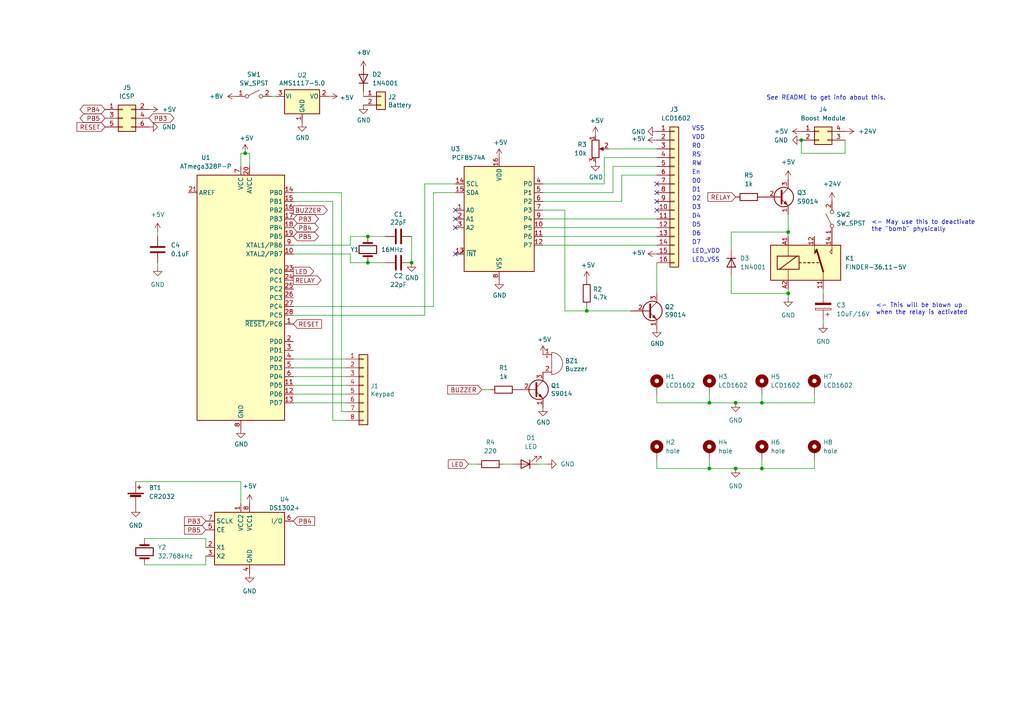
<source format=kicad_sch>
(kicad_sch (version 20211123) (generator eeschema)
  (paper "A4")
  (title_block (title "C4 Clock") (date "2022-02-27") (rev "1.0") (company "yangshunhuai"))
  (lib_symbols
    (symbol "Connector_Generic:Conn_01x02" (pin_names (offset 1.016) hide)
      (property "Reference" "J" (at 0 2.54 0))
      (property "Value" "Conn_01x02" (at 0 -5.08 0))
      (symbol "Conn_01x02_1_1"
        (rectangle (start -1.27 -2.413) (end 0 -2.667) (stroke (width 0.1524)))
        (rectangle (start -1.27 0.127) (end 0 -0.127) (stroke (width 0.1524)))
        (rectangle (start -1.27 1.27) (end 1.27 -3.81) (stroke (width 0.254)) (fill (type background)))
        (pin passive line (at -5.08 0 0) (length 3.81) (name "Pin_1") (number "1"))
        (pin passive line (at -5.08 -2.54 0) (length 3.81) (name "Pin_2") (number "2"))
      )
    )
    (symbol "Connector_Generic:Conn_01x08" (pin_names (offset 1.016) hide)
      (property "Reference" "J" (at 0 10.16 0))
      (property "Value" "Conn_01x08" (at 0 -12.7 0))
      (symbol "Conn_01x08_1_1"
        (rectangle (start -1.27 -10.033) (end 0 -10.287) (stroke (width 0.1524)))
        (rectangle (start -1.27 -7.493) (end 0 -7.747) (stroke (width 0.1524)))
        (rectangle (start -1.27 -4.953) (end 0 -5.207) (stroke (width 0.1524)))
        (rectangle (start -1.27 -2.413) (end 0 -2.667) (stroke (width 0.1524)))
        (rectangle (start -1.27 0.127) (end 0 -0.127) (stroke (width 0.1524)))
        (rectangle (start -1.27 2.667) (end 0 2.413) (stroke (width 0.1524)))
        (rectangle (start -1.27 5.207) (end 0 4.953) (stroke (width 0.1524)))
        (rectangle (start -1.27 7.747) (end 0 7.493) (stroke (width 0.1524)))
        (rectangle (start -1.27 8.89) (end 1.27 -11.43) (stroke (width 0.254)) (fill (type background)))
        (pin passive line (at -5.08 7.62 0) (length 3.81) (name "Pin_1") (number "1"))
        (pin passive line (at -5.08 5.08 0) (length 3.81) (name "Pin_2") (number "2"))
        (pin passive line (at -5.08 2.54 0) (length 3.81) (name "Pin_3") (number "3"))
        (pin passive line (at -5.08 0 0) (length 3.81) (name "Pin_4") (number "4"))
        (pin passive line (at -5.08 -2.54 0) (length 3.81) (name "Pin_5") (number "5"))
        (pin passive line (at -5.08 -5.08 0) (length 3.81) (name "Pin_6") (number "6"))
        (pin passive line (at -5.08 -7.62 0) (length 3.81) (name "Pin_7") (number "7"))
        (pin passive line (at -5.08 -10.16 0) (length 3.81) (name "Pin_8") (number "8"))
      )
    )
    (symbol "Connector_Generic:Conn_01x16" (pin_names (offset 1.016) hide)
      (property "Reference" "J" (at 0 20.32 0))
      (property "Value" "Conn_01x16" (at 0 -22.86 0))
      (symbol "Conn_01x16_1_1"
        (rectangle (start -1.27 -20.193) (end 0 -20.447) (stroke (width 0.1524)))
        (rectangle (start -1.27 -17.653) (end 0 -17.907) (stroke (width 0.1524)))
        (rectangle (start -1.27 -15.113) (end 0 -15.367) (stroke (width 0.1524)))
        (rectangle (start -1.27 -12.573) (end 0 -12.827) (stroke (width 0.1524)))
        (rectangle (start -1.27 -10.033) (end 0 -10.287) (stroke (width 0.1524)))
        (rectangle (start -1.27 -7.493) (end 0 -7.747) (stroke (width 0.1524)))
        (rectangle (start -1.27 -4.953) (end 0 -5.207) (stroke (width 0.1524)))
        (rectangle (start -1.27 -2.413) (end 0 -2.667) (stroke (width 0.1524)))
        (rectangle (start -1.27 0.127) (end 0 -0.127) (stroke (width 0.1524)))
        (rectangle (start -1.27 2.667) (end 0 2.413) (stroke (width 0.1524)))
        (rectangle (start -1.27 5.207) (end 0 4.953) (stroke (width 0.1524)))
        (rectangle (start -1.27 7.747) (end 0 7.493) (stroke (width 0.1524)))
        (rectangle (start -1.27 10.287) (end 0 10.033) (stroke (width 0.1524)))
        (rectangle (start -1.27 12.827) (end 0 12.573) (stroke (width 0.1524)))
        (rectangle (start -1.27 15.367) (end 0 15.113) (stroke (width 0.1524)))
        (rectangle (start -1.27 17.907) (end 0 17.653) (stroke (width 0.1524)))
        (rectangle (start -1.27 19.05) (end 1.27 -21.59) (stroke (width 0.254)) (fill (type background)))
        (pin passive line (at -5.08 17.78 0) (length 3.81) (name "Pin_1") (number "1"))
        (pin passive line (at -5.08 -5.08 0) (length 3.81) (name "Pin_10") (number "10"))
        (pin passive line (at -5.08 -7.62 0) (length 3.81) (name "Pin_11") (number "11"))
        (pin passive line (at -5.08 -10.16 0) (length 3.81) (name "Pin_12") (number "12"))
        (pin passive line (at -5.08 -12.7 0) (length 3.81) (name "Pin_13") (number "13"))
        (pin passive line (at -5.08 -15.24 0) (length 3.81) (name "Pin_14") (number "14"))
        (pin passive line (at -5.08 -17.78 0) (length 3.81) (name "Pin_15") (number "15"))
        (pin passive line (at -5.08 -20.32 0) (length 3.81) (name "Pin_16") (number "16"))
        (pin passive line (at -5.08 15.24 0) (length 3.81) (name "Pin_2") (number "2"))
        (pin passive line (at -5.08 12.7 0) (length 3.81) (name "Pin_3") (number "3"))
        (pin passive line (at -5.08 10.16 0) (length 3.81) (name "Pin_4") (number "4"))
        (pin passive line (at -5.08 7.62 0) (length 3.81) (name "Pin_5") (number "5"))
        (pin passive line (at -5.08 5.08 0) (length 3.81) (name "Pin_6") (number "6"))
        (pin passive line (at -5.08 2.54 0) (length 3.81) (name "Pin_7") (number "7"))
        (pin passive line (at -5.08 0 0) (length 3.81) (name "Pin_8") (number "8"))
        (pin passive line (at -5.08 -2.54 0) (length 3.81) (name "Pin_9") (number "9"))
      )
    )
    (symbol "Connector_Generic:Conn_02x02_Counter_Clockwise" (pin_names (offset 1.016) hide)
      (property "Reference" "J" (at 1.27 2.54 0))
      (property "Value" "Conn_02x02_Counter_Clockwise" (at 1.27 -5.08 0))
      (symbol "Conn_02x02_Counter_Clockwise_1_1"
        (rectangle (start -1.27 -2.413) (end 0 -2.667) (stroke (width 0.1524)))
        (rectangle (start -1.27 0.127) (end 0 -0.127) (stroke (width 0.1524)))
        (rectangle (start -1.27 1.27) (end 3.81 -3.81) (stroke (width 0.254)) (fill (type background)))
        (rectangle (start 3.81 -2.413) (end 2.54 -2.667) (stroke (width 0.1524)))
        (rectangle (start 3.81 0.127) (end 2.54 -0.127) (stroke (width 0.1524)))
        (pin passive line (at -5.08 0 0) (length 3.81) (name "Pin_1") (number "1"))
        (pin passive line (at -5.08 -2.54 0) (length 3.81) (name "Pin_2") (number "2"))
        (pin passive line (at 7.62 -2.54 180) (length 3.81) (name "Pin_3") (number "3"))
        (pin passive line (at 7.62 0 180) (length 3.81) (name "Pin_4") (number "4"))
      )
    )
    (symbol "Connector_Generic:Conn_02x03_Odd_Even" (pin_names (offset 1.016) hide)
      (property "Reference" "J" (at 1.27 5.08 0))
      (property "Value" "Conn_02x03_Odd_Even" (at 1.27 -5.08 0))
      (symbol "Conn_02x03_Odd_Even_1_1"
        (rectangle (start -1.27 -2.413) (end 0 -2.667) (stroke (width 0.1524)))
        (rectangle (start -1.27 0.127) (end 0 -0.127) (stroke (width 0.1524)))
        (rectangle (start -1.27 2.667) (end 0 2.413) (stroke (width 0.1524)))
        (rectangle (start -1.27 3.81) (end 3.81 -3.81) (stroke (width 0.254)) (fill (type background)))
        (rectangle (start 3.81 -2.413) (end 2.54 -2.667) (stroke (width 0.1524)))
        (rectangle (start 3.81 0.127) (end 2.54 -0.127) (stroke (width 0.1524)))
        (rectangle (start 3.81 2.667) (end 2.54 2.413) (stroke (width 0.1524)))
        (pin passive line (at -5.08 2.54 0) (length 3.81) (name "Pin_1") (number "1"))
        (pin passive line (at 7.62 2.54 180) (length 3.81) (name "Pin_2") (number "2"))
        (pin passive line (at -5.08 0 0) (length 3.81) (name "Pin_3") (number "3"))
        (pin passive line (at 7.62 0 180) (length 3.81) (name "Pin_4") (number "4"))
        (pin passive line (at -5.08 -2.54 0) (length 3.81) (name "Pin_5") (number "5"))
        (pin passive line (at 7.62 -2.54 180) (length 3.81) (name "Pin_6") (number "6"))
      )
    )
    (symbol "Device:Battery_Cell" (pin_numbers hide) (pin_names (offset 0) hide)
      (property "Reference" "BT" (at 2.54 2.54 0))
      (property "Value" "Battery_Cell" (at 2.54 0 0))
      (symbol "Battery_Cell_0_1"
        (rectangle (start -2.286 1.778) (end 2.286 1.524) (fill (type outline)))
        (rectangle (start -1.5748 1.1938) (end 1.4732 0.6858) (fill (type outline)))
        (polyline (pts (xy 0 0.762) (xy 0 0)))
        (polyline (pts (xy 0 1.778) (xy 0 2.54)))
        (polyline (pts (xy 0.508 3.429) (xy 1.524 3.429)) (stroke (width 0.254)))
        (polyline (pts (xy 1.016 3.937) (xy 1.016 2.921)) (stroke (width 0.254)))
      )
      (symbol "Battery_Cell_1_1"
        (pin passive line (at 0 5.08 270) (length 2.54) (name "+") (number "1"))
        (pin passive line (at 0 -2.54 90) (length 2.54) (name "-") (number "2"))
      )
    )
    (symbol "Device:Buzzer" (pin_names (offset 0.0254) hide)
      (property "Reference" "BZ" (at 3.81 1.27 0))
      (property "Value" "Buzzer" (at 3.81 -1.27 0))
      (symbol "Buzzer_0_1"
        (arc (start 0 -3.175) (mid 3.175 0) (end 0 3.175))
        (polyline (pts (xy -1.651 1.905) (xy -1.143 1.905)))
        (polyline (pts (xy -1.397 2.159) (xy -1.397 1.651)))
        (polyline (pts (xy 0 3.175) (xy 0 -3.175)))
      )
      (symbol "Buzzer_1_1"
        (pin passive line (at -2.54 2.54 0) (length 2.54) (name "-") (number "1"))
        (pin passive line (at -2.54 -2.54 0) (length 2.54) (name "+") (number "2"))
      )
    )
    (symbol "Device:C" (pin_numbers hide) (pin_names (offset 0.254))
      (property "Reference" "C" (at 0.635 2.54 0))
      (property "Value" "C" (at 0.635 -2.54 0))
      (symbol "C_0_1"
        (polyline (pts (xy -2.032 -0.762) (xy 2.032 -0.762)) (stroke (width 0.508)))
        (polyline (pts (xy -2.032 0.762) (xy 2.032 0.762)) (stroke (width 0.508)))
      )
      (symbol "C_1_1"
        (pin passive line (at 0 3.81 270) (length 2.794) (name "~") (number "1"))
        (pin passive line (at 0 -3.81 90) (length 2.794) (name "~") (number "2"))
      )
    )
    (symbol "Device:C_Polarized" (pin_numbers hide) (pin_names (offset 0.254))
      (property "Reference" "C" (at 0.635 2.54 0))
      (property "Value" "C_Polarized" (at 0.635 -2.54 0))
      (symbol "C_Polarized_0_1"
        (rectangle (start -2.286 0.508) (end 2.286 1.016))
        (polyline (pts (xy -1.778 2.286) (xy -0.762 2.286)))
        (polyline (pts (xy -1.27 2.794) (xy -1.27 1.778)))
        (rectangle (start 2.286 -0.508) (end -2.286 -1.016) (fill (type outline)))
      )
      (symbol "C_Polarized_1_1"
        (pin passive line (at 0 3.81 270) (length 2.794) (name "~") (number "1"))
        (pin passive line (at 0 -3.81 90) (length 2.794) (name "~") (number "2"))
      )
    )
    (symbol "Device:Crystal" (pin_numbers hide) (pin_names (offset 1.016) hide)
      (property "Reference" "Y" (at 0 3.81 0))
      (property "Value" "Crystal" (at 0 -3.81 0))
      (symbol "Crystal_0_1"
        (rectangle (start -1.143 2.54) (end 1.143 -2.54) (stroke (width 0.3048)))
        (polyline (pts (xy -2.54 0) (xy -1.905 0)))
        (polyline (pts (xy -1.905 -1.27) (xy -1.905 1.27)) (stroke (width 0.508)))
        (polyline (pts (xy 1.905 -1.27) (xy 1.905 1.27)) (stroke (width 0.508)))
        (polyline (pts (xy 2.54 0) (xy 1.905 0)))
      )
      (symbol "Crystal_1_1"
        (pin passive line (at -3.81 0 0) (length 1.27) (name "1") (number "1"))
        (pin passive line (at 3.81 0 180) (length 1.27) (name "2") (number "2"))
      )
    )
    (symbol "Device:LED" (pin_numbers hide) (pin_names (offset 1.016) hide)
      (property "Reference" "D" (at 0 2.54 0))
      (property "Value" "LED" (at 0 -2.54 0))
      (symbol "LED_0_1"
        (polyline (pts (xy -1.27 -1.27) (xy -1.27 1.27)) (stroke (width 0.254)))
        (polyline (pts (xy -1.27 0) (xy 1.27 0)))
        (polyline (pts (xy 1.27 -1.27) (xy 1.27 1.27) (xy -1.27 0) (xy 1.27 -1.27)) (stroke (width 0.254)))
        (polyline (pts (xy -3.048 -0.762) (xy -4.572 -2.286) (xy -3.81 -2.286) (xy -4.572 -2.286) (xy -4.572 -1.524)))
        (polyline (pts (xy -1.778 -0.762) (xy -3.302 -2.286) (xy -2.54 -2.286) (xy -3.302 -2.286) (xy -3.302 -1.524)))
      )
      (symbol "LED_1_1"
        (pin passive line (at -3.81 0 0) (length 2.54) (name "K") (number "1"))
        (pin passive line (at 3.81 0 180) (length 2.54) (name "A") (number "2"))
      )
    )
    (symbol "Device:Q_NPN_EBC" (pin_names (offset 0) hide)
      (property "Reference" "Q" (at 5.08 1.27 0))
      (property "Value" "Q_NPN_EBC" (at 5.08 -1.27 0))
      (symbol "Q_NPN_EBC_0_1"
        (polyline (pts (xy 0.635 0.635) (xy 2.54 2.54)))
        (polyline (pts (xy 0.635 -0.635) (xy 2.54 -2.54) (xy 2.54 -2.54)))
        (polyline (pts (xy 0.635 1.905) (xy 0.635 -1.905) (xy 0.635 -1.905)) (stroke (width 0.508)))
        (polyline (pts (xy 1.27 -1.778) (xy 1.778 -1.27) (xy 2.286 -2.286) (xy 1.27 -1.778) (xy 1.27 -1.778)) (fill (type outline)))
        (circle (center 1.27 0) (radius 2.8194) (stroke (width 0.254)))
      )
      (symbol "Q_NPN_EBC_1_1"
        (pin passive line (at 2.54 -5.08 90) (length 2.54) (name "E") (number "1"))
        (pin passive line (at -5.08 0 0) (length 5.715) (name "B") (number "2"))
        (pin passive line (at 2.54 5.08 270) (length 2.54) (name "C") (number "3"))
      )
    )
    (symbol "Device:R" (pin_numbers hide) (pin_names (offset 0))
      (property "Reference" "R" (at 2.032 0 90))
      (property "Value" "R" (at 0 0 90))
      (symbol "R_0_1"
        (rectangle (start -1.016 -2.54) (end 1.016 2.54) (stroke (width 0.254)))
      )
      (symbol "R_1_1"
        (pin passive line (at 0 3.81 270) (length 1.27) (name "~") (number "1"))
        (pin passive line (at 0 -3.81 90) (length 1.27) (name "~") (number "2"))
      )
    )
    (symbol "Device:R_Potentiometer" (pin_names (offset 1.016) hide)
      (property "Reference" "RV" (at -4.445 0 90))
      (property "Value" "R_Potentiometer" (at -2.54 0 90))
      (symbol "R_Potentiometer_0_1"
        (polyline (pts (xy 2.54 0) (xy 1.524 0)))
        (polyline (pts (xy 1.143 0) (xy 2.286 0.508) (xy 2.286 -0.508) (xy 1.143 0)) (fill (type outline)))
        (rectangle (start 1.016 2.54) (end -1.016 -2.54) (stroke (width 0.254)))
      )
      (symbol "R_Potentiometer_1_1"
        (pin passive line (at 0 3.81 270) (length 1.27) (name "1") (number "1"))
        (pin passive line (at 3.81 0 180) (length 1.27) (name "2") (number "2"))
        (pin passive line (at 0 -3.81 90) (length 1.27) (name "3") (number "3"))
      )
    )
    (symbol "Diode:1N4001" (pin_numbers hide) (pin_names (offset 1.016) hide)
      (property "Reference" "D" (at 0 2.54 0))
      (property "Value" "1N4001" (at 0 -2.54 0))
      (symbol "1N4001_0_1"
        (polyline (pts (xy -1.27 1.27) (xy -1.27 -1.27)) (stroke (width 0.254)))
        (polyline (pts (xy 1.27 0) (xy -1.27 0)))
        (polyline (pts (xy 1.27 1.27) (xy 1.27 -1.27) (xy -1.27 0) (xy 1.27 1.27)) (stroke (width 0.254)))
      )
      (symbol "1N4001_1_1"
        (pin passive line (at -3.81 0 0) (length 2.54) (name "K") (number "1"))
        (pin passive line (at 3.81 0 180) (length 2.54) (name "A") (number "2"))
      )
    )
    (symbol "Interface_Expansion:PCF8574A"
      (property "Reference" "U" (at -8.89 16.51 0))
      (property "Value" "PCF8574A" (at 2.54 16.51 0))
      (symbol "PCF8574A_0_1"
        (rectangle (start -10.16 15.24) (end 10.16 -15.24) (stroke (width 0.254)) (fill (type background)))
      )
      (symbol "PCF8574A_1_1"
        (pin input line (at -12.7 2.54 0) (length 2.54) (name "A0") (number "1"))
        (pin bidirectional line (at 12.7 -2.54 180) (length 2.54) (name "P5") (number "10"))
        (pin bidirectional line (at 12.7 -5.08 180) (length 2.54) (name "P6") (number "11"))
        (pin bidirectional line (at 12.7 -7.62 180) (length 2.54) (name "P7") (number "12"))
        (pin open_collector output_low (at -12.7 -10.16 0) (length 2.54) (name "~{INT}") (number "13"))
        (pin input line (at -12.7 10.16 0) (length 2.54) (name "SCL") (number "14"))
        (pin bidirectional line (at -12.7 7.62 0) (length 2.54) (name "SDA") (number "15"))
        (pin power_in line (at 0 17.78 270) (length 2.54) (name "VDD") (number "16"))
        (pin input line (at -12.7 0 0) (length 2.54) (name "A1") (number "2"))
        (pin input line (at -12.7 -2.54 0) (length 2.54) (name "A2") (number "3"))
        (pin bidirectional line (at 12.7 10.16 180) (length 2.54) (name "P0") (number "4"))
        (pin bidirectional line (at 12.7 7.62 180) (length 2.54) (name "P1") (number "5"))
        (pin bidirectional line (at 12.7 5.08 180) (length 2.54) (name "P2") (number "6"))
        (pin bidirectional line (at 12.7 2.54 180) (length 2.54) (name "P3") (number "7"))
        (pin power_in line (at 0 -17.78 90) (length 2.54) (name "VSS") (number "8"))
        (pin bidirectional line (at 12.7 0 180) (length 2.54) (name "P4") (number "9"))
      )
    )
    (symbol "MCU_Microchip_ATmega:ATmega328P-P"
      (property "Reference" "U" (at -12.7 36.83 0))
      (property "Value" "ATmega328P-P" (at 2.54 -36.83 0))
      (symbol "ATmega328P-P_0_1"
        (rectangle (start -12.7 -35.56) (end 12.7 35.56) (stroke (width 0.254)) (fill (type background)))
      )
      (symbol "ATmega328P-P_1_1"
        (pin bidirectional line (at 15.24 -7.62 180) (length 2.54) (name "~{RESET}/PC6") (number "1"))
        (pin bidirectional line (at 15.24 12.7 180) (length 2.54) (name "XTAL2/PB7") (number "10"))
        (pin bidirectional line (at 15.24 -25.4 180) (length 2.54) (name "PD5") (number "11"))
        (pin bidirectional line (at 15.24 -27.94 180) (length 2.54) (name "PD6") (number "12"))
        (pin bidirectional line (at 15.24 -30.48 180) (length 2.54) (name "PD7") (number "13"))
        (pin bidirectional line (at 15.24 30.48 180) (length 2.54) (name "PB0") (number "14"))
        (pin bidirectional line (at 15.24 27.94 180) (length 2.54) (name "PB1") (number "15"))
        (pin bidirectional line (at 15.24 25.4 180) (length 2.54) (name "PB2") (number "16"))
        (pin bidirectional line (at 15.24 22.86 180) (length 2.54) (name "PB3") (number "17"))
        (pin bidirectional line (at 15.24 20.32 180) (length 2.54) (name "PB4") (number "18"))
        (pin bidirectional line (at 15.24 17.78 180) (length 2.54) (name "PB5") (number "19"))
        (pin bidirectional line (at 15.24 -12.7 180) (length 2.54) (name "PD0") (number "2"))
        (pin power_in line (at 2.54 38.1 270) (length 2.54) (name "AVCC") (number "20"))
        (pin passive line (at -15.24 30.48 0) (length 2.54) (name "AREF") (number "21"))
        (pin passive line (at 0 -38.1 90) (length 2.54) hide (name "GND") (number "22"))
        (pin bidirectional line (at 15.24 7.62 180) (length 2.54) (name "PC0") (number "23"))
        (pin bidirectional line (at 15.24 5.08 180) (length 2.54) (name "PC1") (number "24"))
        (pin bidirectional line (at 15.24 2.54 180) (length 2.54) (name "PC2") (number "25"))
        (pin bidirectional line (at 15.24 0 180) (length 2.54) (name "PC3") (number "26"))
        (pin bidirectional line (at 15.24 -2.54 180) (length 2.54) (name "PC4") (number "27"))
        (pin bidirectional line (at 15.24 -5.08 180) (length 2.54) (name "PC5") (number "28"))
        (pin bidirectional line (at 15.24 -15.24 180) (length 2.54) (name "PD1") (number "3"))
        (pin bidirectional line (at 15.24 -17.78 180) (length 2.54) (name "PD2") (number "4"))
        (pin bidirectional line (at 15.24 -20.32 180) (length 2.54) (name "PD3") (number "5"))
        (pin bidirectional line (at 15.24 -22.86 180) (length 2.54) (name "PD4") (number "6"))
        (pin power_in line (at 0 38.1 270) (length 2.54) (name "VCC") (number "7"))
        (pin power_in line (at 0 -38.1 90) (length 2.54) (name "GND") (number "8"))
        (pin bidirectional line (at 15.24 15.24 180) (length 2.54) (name "XTAL1/PB6") (number "9"))
      )
    )
    (symbol "Mechanical:MountingHole_Pad" (pin_numbers hide) (pin_names (offset 1.016) hide)
      (property "Reference" "H" (at 0 6.35 0))
      (property "Value" "MountingHole_Pad" (at 0 4.445 0))
      (symbol "MountingHole_Pad_0_1"
        (circle (center 0 1.27) (radius 1.27) (stroke (width 1.27)))
      )
      (symbol "MountingHole_Pad_1_1"
        (pin input line (at 0 -2.54 90) (length 2.54) (name "1") (number "1"))
      )
    )
    (symbol "Regulator_Linear:AMS1117-5.0" (pin_names (offset 0.254))
      (property "Reference" "U" (at -3.81 3.175 0))
      (property "Value" "AMS1117-5.0" (at 0 3.175 0))
      (symbol "AMS1117-5.0_0_1"
        (rectangle (start -5.08 -5.08) (end 5.08 1.905) (stroke (width 0.254)) (fill (type background)))
      )
      (symbol "AMS1117-5.0_1_1"
        (pin power_in line (at 0 -7.62 90) (length 2.54) (name "GND") (number "1"))
        (pin power_out line (at 7.62 0 180) (length 2.54) (name "VO") (number "2"))
        (pin power_in line (at -7.62 0 0) (length 2.54) (name "VI") (number "3"))
      )
    )
    (symbol "Relay:FINDER-36.11"
      (property "Reference" "K" (at 11.43 3.81 0))
      (property "Value" "FINDER-36.11" (at 11.43 1.27 0))
      (symbol "FINDER-36.11_0_0"
        (polyline (pts (xy 2.54 3.81) (xy 2.54 5.08)))
        (polyline (pts (xy 7.62 3.81) (xy 7.62 5.08)))
        (polyline (pts (xy 7.62 3.81) (xy 7.62 2.54) (xy 6.985 3.175) (xy 7.62 3.81)))
      )
      (symbol "FINDER-36.11_0_1"
        (rectangle (start -10.16 5.08) (end 10.16 -5.08) (stroke (width 0.254)) (fill (type background)))
        (rectangle (start -8.255 1.905) (end -1.905 -1.905) (stroke (width 0.254)))
        (polyline (pts (xy -7.62 -1.905) (xy -2.54 1.905)) (stroke (width 0.254)))
        (polyline (pts (xy -5.08 -5.08) (xy -5.08 -1.905)))
        (polyline (pts (xy -5.08 5.08) (xy -5.08 1.905)))
        (polyline (pts (xy -1.905 0) (xy -1.27 0)) (stroke (width 0.254)))
        (polyline (pts (xy -0.635 0) (xy 0 0)) (stroke (width 0.254)))
        (polyline (pts (xy 0.635 0) (xy 1.27 0)) (stroke (width 0.254)))
        (polyline (pts (xy 0.635 0) (xy 1.27 0)) (stroke (width 0.254)))
        (polyline (pts (xy 1.905 0) (xy 2.54 0)) (stroke (width 0.254)))
        (polyline (pts (xy 3.175 0) (xy 3.81 0)) (stroke (width 0.254)))
        (polyline (pts (xy 5.08 -2.54) (xy 3.175 3.81)) (stroke (width 0.508)))
        (polyline (pts (xy 5.08 -2.54) (xy 5.08 -5.08)))
        (polyline (pts (xy 2.54 2.54) (xy 3.175 3.175) (xy 2.54 3.81)) (fill (type outline)))
      )
      (symbol "FINDER-36.11_1_1"
        (pin passive line (at 5.08 -7.62 90) (length 2.54) (name "~") (number "11"))
        (pin passive line (at 2.54 7.62 270) (length 2.54) (name "~") (number "12"))
        (pin passive line (at 7.62 7.62 270) (length 2.54) (name "~") (number "14"))
        (pin passive line (at -5.08 7.62 270) (length 2.54) (name "~") (number "A1"))
        (pin passive line (at -5.08 -7.62 90) (length 2.54) (name "~") (number "A2"))
      )
    )
    (symbol "Switch:SW_SPST" (pin_names (offset 0) hide)
      (property "Reference" "SW" (at 0 3.175 0))
      (property "Value" "SW_SPST" (at 0 -2.54 0))
      (symbol "SW_SPST_0_0"
        (circle (center -2.032 0) (radius 0.508))
        (polyline (pts (xy -1.524 0.254) (xy 1.524 1.778)))
        (circle (center 2.032 0) (radius 0.508))
      )
      (symbol "SW_SPST_1_1"
        (pin passive line (at -5.08 0 0) (length 2.54) (name "A") (number "1"))
        (pin passive line (at 5.08 0 180) (length 2.54) (name "B") (number "2"))
      )
    )
    (symbol "Timer_RTC:DS1302+"
      (property "Reference" "U" (at -8.89 8.89 0))
      (property "Value" "DS1302+" (at 6.35 8.89 0))
      (symbol "DS1302+_1_1"
        (rectangle (start -10.16 7.62) (end 10.16 -7.62) (stroke (width 0.254)) (fill (type background)))
        (pin power_in line (at -2.54 10.16 270) (length 2.54) (name "VCC2") (number "1"))
        (pin input line (at -12.7 -2.54 0) (length 2.54) (name "X1") (number "2"))
        (pin input line (at -12.7 -5.08 0) (length 2.54) (name "X2") (number "3"))
        (pin power_in line (at 0 -10.16 90) (length 2.54) (name "GND") (number "4"))
        (pin input line (at -12.7 2.54 0) (length 2.54) (name "CE") (number "5"))
        (pin bidirectional line (at 12.7 5.08 180) (length 2.54) (name "I/O") (number "6"))
        (pin input line (at -12.7 5.08 0) (length 2.54) (name "SCLK") (number "7"))
        (pin power_in line (at 0 10.16 270) (length 2.54) (name "VCC1") (number "8"))
      )
    )
    (symbol "power:+24V" (power) (pin_names (offset 0))
      (property "Value" "+24V" (at 0 3.556 0))
      (symbol "+24V_0_1"
        (polyline (pts (xy -0.762 1.27) (xy 0 2.54)))
        (polyline (pts (xy 0 0) (xy 0 2.54)))
        (polyline (pts (xy 0 2.54) (xy 0.762 1.27)))
      )
      (symbol "+24V_1_1"
        (pin power_in line (at 0 0 90) (length 0) hide (name "+24V") (number "1"))
      )
    )
    (symbol "power:+5V" (power) (pin_names (offset 0))
      (property "Value" "+5V" (at 0 3.556 0))
      (symbol "+5V_0_1"
        (polyline (pts (xy -0.762 1.27) (xy 0 2.54)))
        (polyline (pts (xy 0 0) (xy 0 2.54)))
        (polyline (pts (xy 0 2.54) (xy 0.762 1.27)))
      )
      (symbol "+5V_1_1"
        (pin power_in line (at 0 0 90) (length 0) hide (name "+5V") (number "1"))
      )
    )
    (symbol "power:+8V" (power) (pin_names (offset 0))
      (property "Value" "+8V" (at 0 3.556 0))
      (symbol "+8V_0_1"
        (polyline (pts (xy -0.762 1.27) (xy 0 2.54)))
        (polyline (pts (xy 0 0) (xy 0 2.54)))
        (polyline (pts (xy 0 2.54) (xy 0.762 1.27)))
      )
      (symbol "+8V_1_1"
        (pin power_in line (at 0 0 90) (length 0) hide (name "+8V") (number "1"))
      )
    )
    (symbol "power:GND" (power) (pin_names (offset 0))
      (property "Value" "GND" (at 0 -3.81 0))
      (symbol "GND_0_1"
        (polyline (pts (xy 0 0) (xy 0 -1.27) (xy 1.27 -1.27) (xy 0 -2.54) (xy -1.27 -1.27) (xy 0 -1.27)))
      )
      (symbol "GND_1_1"
        (pin power_in line (at 0 0 270) (length 0) hide (name "GND") (number "1"))
      )
    )
  )
  (junction (at 232.41 40.64))
  (junction (at 71.12 44.45))
  (junction (at 220.98 116.84))
  (junction (at 106.68 68.58))
  (junction (at 228.6 85.09))
  (junction (at 213.36 116.84))
  (junction (at 213.36 135.89))
  (junction (at 205.74 135.89))
  (junction (at 205.74 116.84))
  (junction (at 106.68 76.2))
  (junction (at 170.18 90.17))
  (junction (at 228.6 67.31))
  (junction (at 119.38 76.2))
  (junction (at 220.98 135.89))
  (no_connect (at 132.08 73.66))
  (no_connect (at 190.5 55.88))
  (no_connect (at 190.5 58.42))
  (no_connect (at 132.08 66.04))
  (no_connect (at 132.08 63.5))
  (no_connect (at 190.5 60.96))
  (no_connect (at 190.5 53.34))
  (no_connect (at 132.08 60.96))
  (wire (pts (xy 238.76 92.71) (xy 238.76 93.98)))
  (wire (pts (xy 205.74 135.89) (xy 213.36 135.89)))
  (wire (pts (xy 101.6 73.66) (xy 85.09 73.66)))
  (wire (pts (xy 175.26 53.34) (xy 157.48 53.34)))
  (wire (pts (xy 45.72 67.31) (xy 45.72 68.58)))
  (wire (pts (xy 220.98 116.84) (xy 213.36 116.84)))
  (wire (pts (xy 245.11 44.45) (xy 232.41 44.45)))
  (wire (pts (xy 236.22 133.35) (xy 236.22 135.89)))
  (wire (pts (xy 106.68 68.58) (xy 111.76 68.58)))
  (wire (pts (xy 220.98 133.35) (xy 220.98 135.89)))
  (wire (pts (xy 228.6 67.31) (xy 228.6 68.58)))
  (wire (pts (xy 105.41 19.05) (xy 105.41 20.32)))
  (wire (pts (xy 101.6 68.58) (xy 106.68 68.58)))
  (wire (pts (xy 177.8 48.26) (xy 177.8 55.88)))
  (wire (pts (xy 106.68 76.2) (xy 111.76 76.2)))
  (wire (pts (xy 99.06 55.88) (xy 85.09 55.88)))
  (wire (pts (xy 85.09 106.68) (xy 100.33 106.68)))
  (wire (pts (xy 220.98 135.89) (xy 213.36 135.89)))
  (wire (pts (xy 228.6 67.31) (xy 212.09 67.31)))
  (wire (pts (xy 135.89 134.62) (xy 138.43 134.62)))
  (wire (pts (xy 59.69 158.75) (xy 59.69 156.21)))
  (wire (pts (xy 157.48 60.96) (xy 163.83 60.96)))
  (wire (pts (xy 163.83 90.17) (xy 170.18 90.17)))
  (wire (pts (xy 39.37 139.7) (xy 69.85 139.7)))
  (wire (pts (xy 190.5 116.84) (xy 205.74 116.84)))
  (wire (pts (xy 190.5 133.35) (xy 190.5 135.89)))
  (wire (pts (xy 100.33 121.92) (xy 96.52 121.92)))
  (wire (pts (xy 190.5 76.2) (xy 190.5 85.09)))
  (wire (pts (xy 72.39 44.45) (xy 72.39 48.26)))
  (wire (pts (xy 99.06 119.38) (xy 99.06 55.88)))
  (wire (pts (xy 190.5 71.12) (xy 157.48 71.12)))
  (wire (pts (xy 205.74 133.35) (xy 205.74 135.89)))
  (wire (pts (xy 212.09 85.09) (xy 228.6 85.09)))
  (wire (pts (xy 71.12 44.45) (xy 69.85 44.45)))
  (wire (pts (xy 69.85 139.7) (xy 69.85 146.05)))
  (wire (pts (xy 100.33 114.3) (xy 85.09 114.3)))
  (wire (pts (xy 228.6 86.36) (xy 228.6 85.09)))
  (wire (pts (xy 236.22 135.89) (xy 220.98 135.89)))
  (wire (pts (xy 123.19 53.34) (xy 123.19 91.44)))
  (wire (pts (xy 71.12 44.45) (xy 72.39 44.45)))
  (wire (pts (xy 59.69 161.29) (xy 59.69 163.83)))
  (wire (pts (xy 101.6 71.12) (xy 101.6 68.58)))
  (wire (pts (xy 180.34 50.8) (xy 180.34 58.42)))
  (wire (pts (xy 180.34 58.42) (xy 157.48 58.42)))
  (wire (pts (xy 119.38 68.58) (xy 119.38 76.2)))
  (wire (pts (xy 139.7 113.03) (xy 142.24 113.03)))
  (wire (pts (xy 190.5 135.89) (xy 205.74 135.89)))
  (wire (pts (xy 236.22 114.3) (xy 236.22 116.84)))
  (wire (pts (xy 228.6 62.23) (xy 228.6 67.31)))
  (wire (pts (xy 212.09 67.31) (xy 212.09 72.39)))
  (wire (pts (xy 96.52 121.92) (xy 96.52 58.42)))
  (wire (pts (xy 220.98 114.3) (xy 220.98 116.84)))
  (wire (pts (xy 96.52 58.42) (xy 85.09 58.42)))
  (wire (pts (xy 157.48 68.58) (xy 190.5 68.58)))
  (wire (pts (xy 190.5 66.04) (xy 157.48 66.04)))
  (wire (pts (xy 100.33 119.38) (xy 99.06 119.38)))
  (wire (pts (xy 45.72 76.2) (xy 45.72 77.47)))
  (wire (pts (xy 100.33 104.14) (xy 85.09 104.14)))
  (wire (pts (xy 190.5 48.26) (xy 177.8 48.26)))
  (wire (pts (xy 175.26 45.72) (xy 175.26 53.34)))
  (wire (pts (xy 228.6 85.09) (xy 228.6 83.82)))
  (wire (pts (xy 100.33 109.22) (xy 85.09 109.22)))
  (wire (pts (xy 170.18 90.17) (xy 182.88 90.17)))
  (wire (pts (xy 106.68 76.2) (xy 101.6 76.2)))
  (wire (pts (xy 101.6 76.2) (xy 101.6 73.66)))
  (wire (pts (xy 232.41 44.45) (xy 232.41 40.64)))
  (wire (pts (xy 125.73 88.9) (xy 85.09 88.9)))
  (wire (pts (xy 163.83 60.96) (xy 163.83 90.17)))
  (wire (pts (xy 170.18 88.9) (xy 170.18 90.17)))
  (wire (pts (xy 125.73 55.88) (xy 125.73 88.9)))
  (wire (pts (xy 85.09 71.12) (xy 101.6 71.12)))
  (wire (pts (xy 236.22 116.84) (xy 220.98 116.84)))
  (wire (pts (xy 176.53 43.18) (xy 190.5 43.18)))
  (wire (pts (xy 245.11 40.64) (xy 245.11 44.45)))
  (wire (pts (xy 146.05 134.62) (xy 148.59 134.62)))
  (wire (pts (xy 59.69 156.21) (xy 41.91 156.21)))
  (wire (pts (xy 85.09 116.84) (xy 100.33 116.84)))
  (wire (pts (xy 212.09 80.01) (xy 212.09 85.09)))
  (wire (pts (xy 205.74 114.3) (xy 205.74 116.84)))
  (wire (pts (xy 69.85 44.45) (xy 69.85 48.26)))
  (wire (pts (xy 157.48 63.5) (xy 190.5 63.5)))
  (wire (pts (xy 123.19 91.44) (xy 85.09 91.44)))
  (wire (pts (xy 78.74 27.94) (xy 80.01 27.94)))
  (wire (pts (xy 85.09 111.76) (xy 100.33 111.76)))
  (wire (pts (xy 156.21 134.62) (xy 158.75 134.62)))
  (wire (pts (xy 59.69 163.83) (xy 41.91 163.83)))
  (wire (pts (xy 132.08 53.34) (xy 123.19 53.34)))
  (wire (pts (xy 125.73 55.88) (xy 132.08 55.88)))
  (wire (pts (xy 177.8 55.88) (xy 157.48 55.88)))
  (wire (pts (xy 205.74 116.84) (xy 213.36 116.84)))
  (wire (pts (xy 190.5 114.3) (xy 190.5 116.84)))
  (wire (pts (xy 105.41 26.67) (xy 105.41 27.94)))
  (wire (pts (xy 190.5 45.72) (xy 175.26 45.72)))
  (wire (pts (xy 190.5 50.8) (xy 180.34 50.8)))
  (wire (pts (xy 238.76 83.82) (xy 238.76 85.09)))
  (text "D1" (at 200.66 55.88 0) (effects (font (size 1.27 1.27)) (justify left bottom)))
  (text "D6" (at 200.66 68.58 0) (effects (font (size 1.27 1.27)) (justify left bottom)))
  (text "D5" (at 200.66 66.04 0) (effects (font (size 1.27 1.27)) (justify left bottom)))
  (text "VSS" (at 200.66 38.1 0) (effects (font (size 1.27 1.27)) (justify left bottom)))
  (text "D4" (at 200.66 63.5 0) (effects (font (size 1.27 1.27)) (justify left bottom)))
  (text "<- May use this to deactivate\nthe \"bomb\" physically" (at 252.73 67.31 0) (effects (font (size 1.27 1.27)) (justify left bottom)))
  (text "VDD" (at 200.66 40.64 0) (effects (font (size 1.27 1.27)) (justify left bottom)))
  (text "RS" (at 200.66 45.72 0) (effects (font (size 1.27 1.27)) (justify left bottom)))
  (text "LED_VDD" (at 200.66 73.66 0) (effects (font (size 1.27 1.27)) (justify left bottom)))
  (text "See README to get info about this." (at 222.25 29.21 0) (effects (font (size 1.27 1.27)) (justify left bottom)))
  (text "R0" (at 200.66 43.18 0) (effects (font (size 1.27 1.27)) (justify left bottom)))
  (text "D0" (at 200.66 53.34 0) (effects (font (size 1.27 1.27)) (justify left bottom)))
  (text "D3" (at 200.66 60.96 0) (effects (font (size 1.27 1.27)) (justify left bottom)))
  (text "D2" (at 200.66 58.42 0) (effects (font (size 1.27 1.27)) (justify left bottom)))
  (text "RW" (at 200.66 48.26 0) (effects (font (size 1.27 1.27)) (justify left bottom)))
  (text "D7" (at 200.66 71.12 0) (effects (font (size 1.27 1.27)) (justify left bottom)))
  (text "LED_VSS" (at 200.66 76.2 0) (effects (font (size 1.27 1.27)) (justify left bottom)))
  (text "<- This will be blown up\nwhen the relay is activated" (at 254 91.44 0) (effects (font (size 1.27 1.27)) (justify left bottom)))
  (text "En" (at 200.66 50.8 0) (effects (font (size 1.27 1.27)) (justify left bottom)))
  (global_label "LED" (shape input) (at 135.89 134.62 180) (property "Intersheet References" "${INTERSHEET_REFS}" (effects hide)))
  (global_label "PB5" (shape bidirectional) (at 30.48 34.29 180) (property "Intersheet References" "${INTERSHEET_REFS}" (effects hide)))
  (global_label "PB4" (shape input) (at 85.09 151.13 0) (property "Intersheet References" "${INTERSHEET_REFS}" (effects hide)))
  (global_label "RELAY" (shape input) (at 213.36 57.15 180) (property "Intersheet References" "${INTERSHEET_REFS}" (effects hide)))
  (global_label "PB3" (shape bidirectional) (at 43.18 34.29 0) (property "Intersheet References" "${INTERSHEET_REFS}" (effects hide)))
  (global_label "BUZZER" (shape input) (at 139.7 113.03 180) (property "Intersheet References" "${INTERSHEET_REFS}" (effects hide)))
  (global_label "PB3" (shape bidirectional) (at 85.09 63.5 0) (property "Intersheet References" "${INTERSHEET_REFS}" (effects hide)))
  (global_label "RESET" (shape input) (at 85.09 93.98 0) (property "Intersheet References" "${INTERSHEET_REFS}" (effects hide)))
  (global_label "PB5" (shape bidirectional) (at 85.09 68.58 0) (property "Intersheet References" "${INTERSHEET_REFS}" (effects hide)))
  (global_label "BUZZER" (shape output) (at 85.09 60.96 0) (property "Intersheet References" "${INTERSHEET_REFS}" (effects hide)))
  (global_label "RELAY" (shape output) (at 85.09 81.28 0) (property "Intersheet References" "${INTERSHEET_REFS}" (effects hide)))
  (global_label "PB5" (shape input) (at 59.69 153.67 180) (property "Intersheet References" "${INTERSHEET_REFS}" (effects hide)))
  (global_label "RESET" (shape input) (at 30.48 36.83 180) (property "Intersheet References" "${INTERSHEET_REFS}" (effects hide)))
  (global_label "LED" (shape output) (at 85.09 78.74 0) (property "Intersheet References" "${INTERSHEET_REFS}" (effects hide)))
  (global_label "PB4" (shape bidirectional) (at 30.48 31.75 180) (property "Intersheet References" "${INTERSHEET_REFS}" (effects hide)))
  (global_label "PB3" (shape input) (at 59.69 151.13 180) (property "Intersheet References" "${INTERSHEET_REFS}" (effects hide)))
  (global_label "PB4" (shape bidirectional) (at 85.09 66.04 0) (property "Intersheet References" "${INTERSHEET_REFS}" (effects hide)))
  (symbol (lib_id "Interface_Expansion:PCF8574A") (at 144.78 63.5 0) (unit 1)
    (property "Reference" "U3" (at 132.08 43.18 0))
    (property "Value" "PCF8574A" (at 135.89 45.72 0))
    (property "Footprint" "Package_DIP:DIP-16_W7.62mm_Socket" (effects hide))
    (property "Datasheet" "http://www.nxp.com/documents/data_sheet/PCF8574_PCF8574A.pdf" (effects hide))
  )
  (symbol (lib_id "power:+5V") (at 190.5 73.66 90) (unit 1)
    (property "Reference" "#PWR018" (effects hide))
    (property "Value" "+5V" (at 187.2488 73.279 90) (effects (justify left)))
  )
  (symbol (lib_id "Device:Q_NPN_EBC") (at 187.96 90.17 0) (unit 1)
    (property "Reference" "Q2" (at 192.786 89.0016 0) (effects (justify left)))
    (property "Value" "S9014" (at 192.786 91.313 0) (effects (justify left)))
    (property "Footprint" "Package_TO_SOT_THT:TO-92" (effects hide))
  )
  (symbol (lib_id "Device:Buzzer") (at 160.02 105.41 0) (unit 1)
    (property "Reference" "BZ1" (at 163.8808 104.6734 0) (effects (justify left)))
    (property "Value" "Buzzer" (at 163.8808 106.9848 0) (effects (justify left)))
    (property "Footprint" "Buzzer_Beeper:Buzzer_12x9.5RM7.6" (effects hide))
  )
  (symbol (lib_id "Device:Q_NPN_EBC") (at 154.94 113.03 0) (unit 1)
    (property "Reference" "Q1" (at 159.766 111.8616 0) (effects (justify left)))
    (property "Value" "S9014" (at 159.766 114.173 0) (effects (justify left)))
    (property "Footprint" "Package_TO_SOT_THT:TO-92" (effects hide))
  )
  (symbol (lib_id "Device:R") (at 170.18 85.09 0) (unit 1)
    (property "Reference" "R2" (at 171.958 83.9216 0) (effects (justify left)))
    (property "Value" "4.7k" (at 171.958 86.233 0) (effects (justify left)))
    (property "Footprint" "Resistor_THT:R_Axial_DIN0207_L6.3mm_D2.5mm_P10.16mm_Horizontal" (effects hide))
  )
  (symbol (lib_id "power:+5V") (at 157.48 102.87 0) (unit 1)
    (property "Reference" "#PWR011" (effects hide))
    (property "Value" "+5V" (at 157.861 98.4758 0))
  )
  (symbol (lib_id "power:GND") (at 157.48 118.11 0) (unit 1)
    (property "Reference" "#PWR012" (effects hide))
    (property "Value" "GND" (at 157.607 122.5042 0))
  )
  (symbol (lib_id "power:+5V") (at 170.18 81.28 0) (unit 1)
    (property "Reference" "#PWR013" (effects hide))
    (property "Value" "+5V" (at 170.561 76.8858 0))
  )
  (symbol (lib_id "power:+5V") (at 71.12 44.45 0) (unit 1)
    (property "Reference" "#PWR02" (effects hide))
    (property "Value" "+5V" (at 71.501 40.0558 0))
  )
  (symbol (lib_id "Regulator_Linear:AMS1117-5.0") (at 87.63 27.94 0) (unit 1)
    (property "Reference" "U2" (at 87.63 21.7932 0))
    (property "Value" "AMS1117-5.0" (at 87.63 24.1046 0))
    (property "Footprint" "Package_TO_SOT_SMD:SOT-223-3_TabPin2" (effects hide))
    (property "Datasheet" "http://www.advanced-monolithic.com/pdf/ds1117.pdf" (effects hide))
  )
  (symbol (lib_id "power:GND") (at 190.5 95.25 0) (unit 1)
    (property "Reference" "#PWR019" (effects hide))
    (property "Value" "GND" (at 190.627 99.6442 0))
  )
  (symbol (lib_id "Connector_Generic:Conn_01x02") (at 110.49 27.94 0) (unit 1)
    (property "Reference" "J2" (at 112.522 28.1432 0) (effects (justify left)))
    (property "Value" "Battery" (at 112.522 30.4546 0) (effects (justify left)))
    (property "Footprint" "Connector_PinHeader_2.54mm:PinHeader_1x02_P2.54mm_Horizontal" (effects hide))
  )
  (symbol (lib_id "power:+5V") (at 95.25 27.94 270) (unit 1)
    (property "Reference" "#PWR05" (effects hide))
    (property "Value" "+5V" (at 98.5012 28.321 90) (effects (justify left)))
  )
  (symbol (lib_id "power:GND") (at 105.41 30.48 0) (unit 1)
    (property "Reference" "#PWR07" (effects hide))
    (property "Value" "GND" (at 105.537 34.8742 0))
  )
  (symbol (lib_id "power:GND") (at 87.63 35.56 0) (unit 1)
    (property "Reference" "#PWR04" (effects hide))
    (property "Value" "GND" (at 87.757 39.9542 0))
  )
  (symbol (lib_id "power:GND") (at 69.85 124.46 0) (unit 1)
    (property "Reference" "#PWR01" (effects hide))
    (property "Value" "GND" (at 69.977 128.8542 0))
  )
  (symbol (lib_id "Device:Crystal") (at 106.68 72.39 270) (unit 1)
    (property "Reference" "Y1" (at 101.6 72.39 90) (effects (justify left)))
    (property "Value" "16MHz" (at 110.49 72.39 90) (effects (justify left)))
    (property "Footprint" "Crystal:Crystal_HC49-4H_Vertical" (effects hide))
  )
  (symbol (lib_id "Device:C") (at 115.57 68.58 270) (unit 1)
    (property "Reference" "C1" (at 115.57 62.1792 90))
    (property "Value" "22pF" (at 115.57 64.4906 90))
    (property "Footprint" "Capacitor_THT:C_Disc_D4.3mm_W1.9mm_P5.00mm" (effects hide))
  )
  (symbol (lib_id "Device:C") (at 115.57 76.2 270) (unit 1)
    (property "Reference" "C2" (at 115.57 80.01 90))
    (property "Value" "22pF" (at 115.57 82.55 90))
    (property "Footprint" "Capacitor_THT:C_Disc_D4.3mm_W1.9mm_P5.00mm" (effects hide))
  )
  (symbol (lib_id "power:GND") (at 119.38 76.2 0) (unit 1)
    (property "Reference" "#PWR08" (effects hide))
    (property "Value" "GND" (at 119.507 80.5942 0))
  )
  (symbol (lib_id "power:+5V") (at 144.78 45.72 0) (unit 1)
    (property "Reference" "#PWR09" (effects hide))
    (property "Value" "+5V" (at 145.161 41.3258 0))
  )
  (symbol (lib_id "power:GND") (at 144.78 81.28 0) (unit 1)
    (property "Reference" "#PWR010" (effects hide))
    (property "Value" "GND" (at 144.907 85.6742 0))
  )
  (symbol (lib_id "Connector_Generic:Conn_01x16") (at 195.58 55.88 0) (unit 1)
    (property "Reference" "J3" (at 194.31 31.75 0) (effects (justify left)))
    (property "Value" "LCD1602" (at 191.77 34.29 0) (effects (justify left)))
    (property "Footprint" "Connector_PinSocket_2.54mm:PinSocket_1x16_P2.54mm_Vertical" (effects hide))
  )
  (symbol (lib_id "power:GND") (at 190.5 38.1 270) (unit 1)
    (property "Reference" "#PWR016" (effects hide))
    (property "Value" "GND" (at 187.2488 38.227 90) (effects (justify right)))
  )
  (symbol (lib_id "power:+5V") (at 190.5 40.64 90) (unit 1)
    (property "Reference" "#PWR017" (effects hide))
    (property "Value" "+5V" (at 187.2488 40.259 90) (effects (justify left)))
  )
  (symbol (lib_id "power:+5V") (at 172.72 39.37 0) (unit 1)
    (property "Reference" "#PWR014" (effects hide))
    (property "Value" "+5V" (at 173.101 34.9758 0))
  )
  (symbol (lib_id "power:GND") (at 172.72 46.99 0) (unit 1)
    (property "Reference" "#PWR015" (effects hide))
    (property "Value" "GND" (at 172.847 51.3842 0))
  )
  (symbol (lib_id "Connector_Generic:Conn_01x08") (at 105.41 111.76 0) (unit 1)
    (property "Reference" "J1" (at 107.442 111.9632 0) (effects (justify left)))
    (property "Value" "Keypad" (at 107.442 114.2746 0) (effects (justify left)))
    (property "Footprint" "Connector_PinHeader_2.54mm:PinHeader_1x08_P2.54mm_Vertical" (effects hide))
  )
  (symbol (lib_id "power:+8V") (at 68.58 27.94 90) (unit 1)
    (property "Reference" "#PWR03" (effects hide))
    (property "Value" "+8V" (at 64.77 27.9399 90) (effects (justify left)))
  )
  (symbol (lib_id "Switch:SW_SPST") (at 241.3 63.5 90) (unit 1)
    (property "Reference" "SW2" (at 242.57 62.2299 90) (effects (justify right)))
    (property "Value" "SW_SPST" (at 242.57 64.7699 90) (effects (justify right)))
    (property "Footprint" "Button_Switch_THT:SW_Push_2P2T_Toggle_CK_PVA2xxH1xxxxxxV2" (effects hide))
  )
  (symbol (lib_id "Device:C") (at 45.72 72.39 0) (unit 1)
    (property "Reference" "C4" (at 49.53 71.1199 0) (effects (justify left)))
    (property "Value" "0.1uF" (at 49.53 73.6599 0) (effects (justify left)))
    (property "Footprint" "Capacitor_THT:C_Disc_D4.3mm_W1.9mm_P5.00mm" (effects hide))
  )
  (symbol (lib_id "power:+5V") (at 45.72 67.31 0) (unit 1)
    (property "Reference" "#PWR027" (effects hide))
    (property "Value" "+5V" (at 45.72 62.23 0))
  )
  (symbol (lib_id "Device:R") (at 217.17 57.15 90) (unit 1)
    (property "Reference" "R5" (at 217.17 50.8 90))
    (property "Value" "1k" (at 217.17 53.34 90))
    (property "Footprint" "Resistor_THT:R_Axial_DIN0207_L6.3mm_D2.5mm_P10.16mm_Horizontal" (effects hide))
  )
  (symbol (lib_id "power:+8V") (at 105.41 20.32 0) (unit 1)
    (property "Reference" "#PWR06" (effects hide))
    (property "Value" "+8V" (at 105.41 15.24 0))
  )
  (symbol (lib_id "MCU_Microchip_ATmega:ATmega328P-P") (at 69.85 86.36 0) (unit 1)
    (property "Reference" "U1" (at 59.69 45.72 0))
    (property "Value" "ATmega328P-P" (at 59.69 48.26 0))
    (property "Footprint" "Package_DIP:DIP-28_W7.62mm_Socket" (effects hide))
    (property "Datasheet" "http://ww1.microchip.com/downloads/en/DeviceDoc/ATmega328_P%20AVR%20MCU%20with%20picoPower%20Technology%20Data%20Sheet%2040001984A.pdf" (effects hide))
  )
  (symbol (lib_id "power:+5V") (at 72.39 146.05 0) (unit 1)
    (property "Reference" "#PWR032" (effects hide))
    (property "Value" "+5V" (at 72.39 140.97 0))
  )
  (symbol (lib_id "Device:LED") (at 152.4 134.62 180) (unit 1)
    (property "Reference" "D1" (at 153.9875 127 0))
    (property "Value" "LED" (at 153.9875 129.54 0))
    (property "Footprint" "LED_THT:LED_D5.0mm" (effects hide))
  )
  (symbol (lib_id "Mechanical:MountingHole_Pad") (at 236.22 130.81 0) (unit 1)
    (property "Reference" "H8" (at 238.76 128.2699 0) (effects (justify left)))
    (property "Value" "hole" (at 238.76 130.8099 0) (effects (justify left)))
    (property "Footprint" "MountingHole:MountingHole_3mm_Pad_TopBottom" (effects hide))
  )
  (symbol (lib_id "Device:Battery_Cell") (at 39.37 144.78 0) (unit 1)
    (property "Reference" "BT1" (at 43.18 141.4779 0) (effects (justify left)))
    (property "Value" "CR2032" (at 43.18 144.0179 0) (effects (justify left)))
    (property "Footprint" "Battery:BatteryHolder_ComfortableElectronic_CH273-2450_1x2450" (effects hide))
  )
  (symbol (lib_id "Switch:SW_SPST") (at 73.66 27.94 0) (unit 1)
    (property "Reference" "SW1" (at 73.66 21.59 0))
    (property "Value" "SW_SPST" (at 73.66 24.13 0))
    (property "Footprint" "Button_Switch_THT:SW_E-Switch_EG1271_DPDT" (effects hide))
  )
  (symbol (lib_id "Mechanical:MountingHole_Pad") (at 205.74 111.76 0) (unit 1)
    (property "Reference" "H3" (at 208.28 109.2199 0) (effects (justify left)))
    (property "Value" "LCD1602" (at 208.28 111.7599 0) (effects (justify left)))
    (property "Footprint" "MountingHole:MountingHole_3mm_Pad_TopBottom" (effects hide))
  )
  (symbol (lib_id "Device:Q_NPN_EBC") (at 226.06 57.15 0) (unit 1)
    (property "Reference" "Q3" (at 231.14 55.8799 0) (effects (justify left)))
    (property "Value" "S9014" (at 231.14 58.4199 0) (effects (justify left)))
    (property "Footprint" "Package_TO_SOT_THT:TO-92" (effects hide))
  )
  (symbol (lib_id "Relay:FINDER-36.11") (at 233.68 76.2 0) (unit 1)
    (property "Reference" "K1" (at 245.11 74.9299 0) (effects (justify left)))
    (property "Value" "FINDER-36.11-5V" (at 245.11 77.4699 0) (effects (justify left)))
    (property "Footprint" "Relay_THT:Relay_SPDT_Finder_36.11" (effects hide))
    (property "Datasheet" "https://gfinder.findernet.com/public/attachments/36/EN/S36EN.pdf" (effects hide))
  )
  (symbol (lib_id "Mechanical:MountingHole_Pad") (at 190.5 111.76 0) (unit 1)
    (property "Reference" "H1" (at 193.04 109.2199 0) (effects (justify left)))
    (property "Value" "LCD1602" (at 193.04 111.7599 0) (effects (justify left)))
    (property "Footprint" "MountingHole:MountingHole_3mm_Pad_TopBottom" (effects hide))
  )
  (symbol (lib_id "power:+24V") (at 241.3 58.42 0) (unit 1)
    (property "Reference" "#PWR025" (effects hide))
    (property "Value" "+24V" (at 241.3 53.34 0))
  )
  (symbol (lib_id "power:+5V") (at 43.18 31.75 270) (unit 1)
    (property "Reference" "#PWR030" (effects hide))
    (property "Value" "+5V" (at 46.99 31.7499 90) (effects (justify left)))
  )
  (symbol (lib_id "power:GND") (at 228.6 86.36 0) (unit 1)
    (property "Reference" "#PWR021" (effects hide))
    (property "Value" "GND" (at 228.6 91.44 0))
  )
  (symbol (lib_id "power:GND") (at 213.36 135.89 0) (unit 1)
    (property "Reference" "#PWR035" (effects hide))
    (property "Value" "GND" (at 213.36 140.97 0))
  )
  (symbol (lib_id "power:GND") (at 238.76 93.98 0) (unit 1)
    (property "Reference" "#PWR024" (effects hide))
    (property "Value" "GND" (at 238.76 99.06 0))
  )
  (symbol (lib_id "Connector_Generic:Conn_02x02_Counter_Clockwise") (at 237.49 38.1 0) (unit 1)
    (property "Reference" "J4" (at 238.76 31.75 0))
    (property "Value" "Boost Module" (at 238.76 34.29 0))
    (property "Footprint" "DC-Buck:DC-Buck-2A" (effects hide))
  )
  (symbol (lib_id "Mechanical:MountingHole_Pad") (at 220.98 111.76 0) (unit 1)
    (property "Reference" "H5" (at 223.52 109.2199 0) (effects (justify left)))
    (property "Value" "LCD1602" (at 223.52 111.7599 0) (effects (justify left)))
    (property "Footprint" "MountingHole:MountingHole_3mm_Pad_TopBottom" (effects hide))
  )
  (symbol (lib_id "power:+24V") (at 245.11 38.1 270) (unit 1)
    (property "Reference" "#PWR026" (effects hide))
    (property "Value" "+24V" (at 248.92 38.0999 90) (effects (justify left)))
  )
  (symbol (lib_id "power:GND") (at 232.41 40.64 270) (unit 1)
    (property "Reference" "#PWR023" (effects hide))
    (property "Value" "GND" (at 228.6 40.6399 90) (effects (justify right)))
  )
  (symbol (lib_id "Diode:1N4001") (at 105.41 22.86 90) (unit 1)
    (property "Reference" "D2" (at 107.95 21.5899 90) (effects (justify right)))
    (property "Value" "1N4001" (at 107.95 24.1299 90) (effects (justify right)))
    (property "Footprint" "Diode_THT:D_DO-41_SOD81_P10.16mm_Horizontal" (effects hide))
    (property "Datasheet" "http://www.vishay.com/docs/88503/1n4001.pdf" (effects hide))
  )
  (symbol (lib_id "Timer_RTC:DS1302+") (at 72.39 156.21 0) (unit 1)
    (property "Reference" "U4" (at 82.55 144.78 0))
    (property "Value" "DS1302+" (at 82.55 147.32 0))
    (property "Footprint" "Package_DIP:DIP-8_W7.62mm" (effects hide))
    (property "Datasheet" "https://datasheets.maximintegrated.com/en/ds/DS1302.pdf" (effects hide))
  )
  (symbol (lib_id "power:GND") (at 213.36 116.84 0) (unit 1)
    (property "Reference" "#PWR034" (effects hide))
    (property "Value" "GND" (at 213.36 121.92 0))
  )
  (symbol (lib_id "power:GND") (at 158.75 134.62 90) (unit 1)
    (property "Reference" "#PWR020" (effects hide))
    (property "Value" "GND" (at 162.56 134.6199 90) (effects (justify right)))
  )
  (symbol (lib_id "Device:Crystal") (at 41.91 160.02 90) (unit 1)
    (property "Reference" "Y2" (at 45.72 158.7499 90) (effects (justify right)))
    (property "Value" "32.768kHz" (at 45.72 161.2899 90) (effects (justify right)))
    (property "Footprint" "Crystal:Crystal_AT310_D3.0mm_L10.0mm_Horizontal" (effects hide))
  )
  (symbol (lib_id "Device:R") (at 146.05 113.03 90) (unit 1)
    (property "Reference" "R1" (at 146.05 106.68 90))
    (property "Value" "1k" (at 146.05 109.22 90))
    (property "Footprint" "Resistor_THT:R_Axial_DIN0207_L6.3mm_D2.5mm_P10.16mm_Horizontal" (effects hide))
  )
  (symbol (lib_id "Device:R") (at 142.24 134.62 90) (unit 1)
    (property "Reference" "R4" (at 142.24 128.27 90))
    (property "Value" "220" (at 142.24 130.81 90))
    (property "Footprint" "Resistor_THT:R_Axial_DIN0207_L6.3mm_D2.5mm_P10.16mm_Horizontal" (effects hide))
  )
  (symbol (lib_id "power:+5V") (at 228.6 52.07 0) (unit 1)
    (property "Reference" "#PWR036" (effects hide))
    (property "Value" "+5V" (at 228.6 46.99 0))
  )
  (symbol (lib_id "Mechanical:MountingHole_Pad") (at 236.22 111.76 0) (unit 1)
    (property "Reference" "H7" (at 238.76 109.2199 0) (effects (justify left)))
    (property "Value" "LCD1602" (at 238.76 111.7599 0) (effects (justify left)))
    (property "Footprint" "MountingHole:MountingHole_3mm_Pad_TopBottom" (effects hide))
  )
  (symbol (lib_id "power:GND") (at 45.72 77.47 0) (unit 1)
    (property "Reference" "#PWR028" (effects hide))
    (property "Value" "GND" (at 45.72 82.55 0))
  )
  (symbol (lib_id "Mechanical:MountingHole_Pad") (at 220.98 130.81 0) (unit 1)
    (property "Reference" "H6" (at 223.52 128.2699 0) (effects (justify left)))
    (property "Value" "hole" (at 223.52 130.8099 0) (effects (justify left)))
    (property "Footprint" "MountingHole:MountingHole_3mm_Pad_TopBottom" (effects hide))
  )
  (symbol (lib_id "power:GND") (at 43.18 36.83 90) (unit 1)
    (property "Reference" "#PWR031" (effects hide))
    (property "Value" "GND" (at 46.99 36.8299 90) (effects (justify right)))
  )
  (symbol (lib_id "Device:C_Polarized") (at 238.76 88.9 180) (unit 1)
    (property "Reference" "C3" (at 242.57 88.5189 0) (effects (justify right)))
    (property "Value" "10uF/16V" (at 242.57 91.0589 0) (effects (justify right)))
    (property "Footprint" "Connector_PinSocket_2.54mm:PinSocket_1x02_P2.54mm_Vertical" (effects hide))
  )
  (symbol (lib_id "power:+5V") (at 232.41 38.1 90) (unit 1)
    (property "Reference" "#PWR022" (effects hide))
    (property "Value" "+5V" (at 228.6 38.0999 90) (effects (justify left)))
  )
  (symbol (lib_id "power:GND") (at 72.39 166.37 0) (unit 1)
    (property "Reference" "#PWR033" (effects hide))
    (property "Value" "GND" (at 72.39 171.45 0))
  )
  (symbol (lib_id "Device:R_Potentiometer") (at 172.72 43.18 0) (unit 1)
    (property "Reference" "R3" (at 170.18 41.9099 0) (effects (justify right)))
    (property "Value" "10k" (at 170.18 44.4499 0) (effects (justify right)))
    (property "Footprint" "Potentiometer_THT:Potentiometer_Vishay_T73YP_Vertical" (effects hide))
  )
  (symbol (lib_id "Diode:1N4001") (at 212.09 76.2 270) (unit 1)
    (property "Reference" "D3" (at 214.63 74.9299 90) (effects (justify left)))
    (property "Value" "1N4001" (at 214.63 77.4699 90) (effects (justify left)))
    (property "Footprint" "Diode_THT:D_DO-41_SOD81_P10.16mm_Horizontal" (effects hide))
    (property "Datasheet" "http://www.vishay.com/docs/88503/1n4001.pdf" (effects hide))
  )
  (symbol (lib_id "Connector_Generic:Conn_02x03_Odd_Even") (at 35.56 34.29 0) (unit 1)
    (property "Reference" "J5" (at 36.83 25.4 0))
    (property "Value" "ICSP" (at 36.83 27.94 0))
    (property "Footprint" "Connector_PinHeader_2.54mm:PinHeader_2x03_P2.54mm_Vertical" (effects hide))
  )
  (symbol (lib_id "Mechanical:MountingHole_Pad") (at 205.74 130.81 0) (unit 1)
    (property "Reference" "H4" (at 208.28 128.2699 0) (effects (justify left)))
    (property "Value" "hole" (at 208.28 130.8099 0) (effects (justify left)))
    (property "Footprint" "MountingHole:MountingHole_3mm_Pad_TopBottom" (effects hide))
  )
  (symbol (lib_id "power:GND") (at 39.37 147.32 0) (unit 1)
    (property "Reference" "#PWR029" (effects hide))
    (property "Value" "GND" (at 39.37 152.4 0))
  )
  (symbol (lib_id "Mechanical:MountingHole_Pad") (at 190.5 130.81 0) (unit 1)
    (property "Reference" "H2" (at 193.04 128.2699 0) (effects (justify left)))
    (property "Value" "hole" (at 193.04 130.8099 0) (effects (justify left)))
    (property "Footprint" "MountingHole:MountingHole_3mm_Pad_TopBottom" (effects hide))
  )
)
</source>
